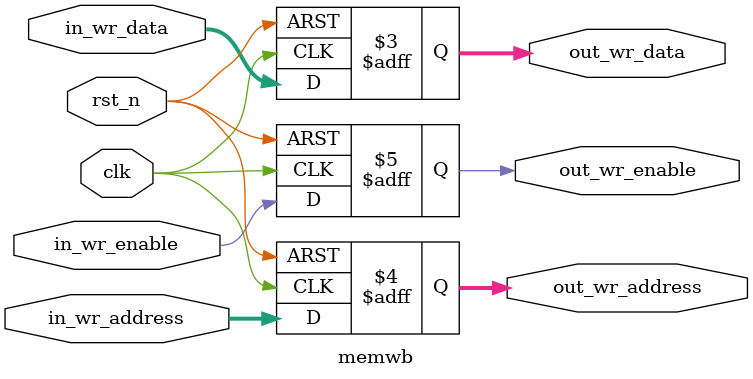
<source format=v>
/*
writtern by Yuyang Zhou, 
for the MIPS32 processor Jahangir pipeline stage4

*/
module memwb(
    input                        clk,
    input                        rst_n,
    //incoming data
    input           [31:0]       in_wr_data,
    input           [4:0]        in_wr_address,
    input                        in_wr_enable,
    //output data
    output   reg    [31:0]       out_wr_data,
    output   reg    [4:0]        out_wr_address,
    output   reg                 out_wr_enable
);
//============================================================================
always @(posedge clk or negedge rst_n) begin
    if(rst_n == 1'b0) begin
        out_wr_data <= 32'h0000_0000;
        out_wr_address <= 5'b0_0000;
        out_wr_enable <= 1'b0;
    end
    else begin
        out_wr_data <= in_wr_data;
        out_wr_address <= in_wr_address;
        out_wr_enable <= in_wr_enable;
    end
end

endmodule
</source>
